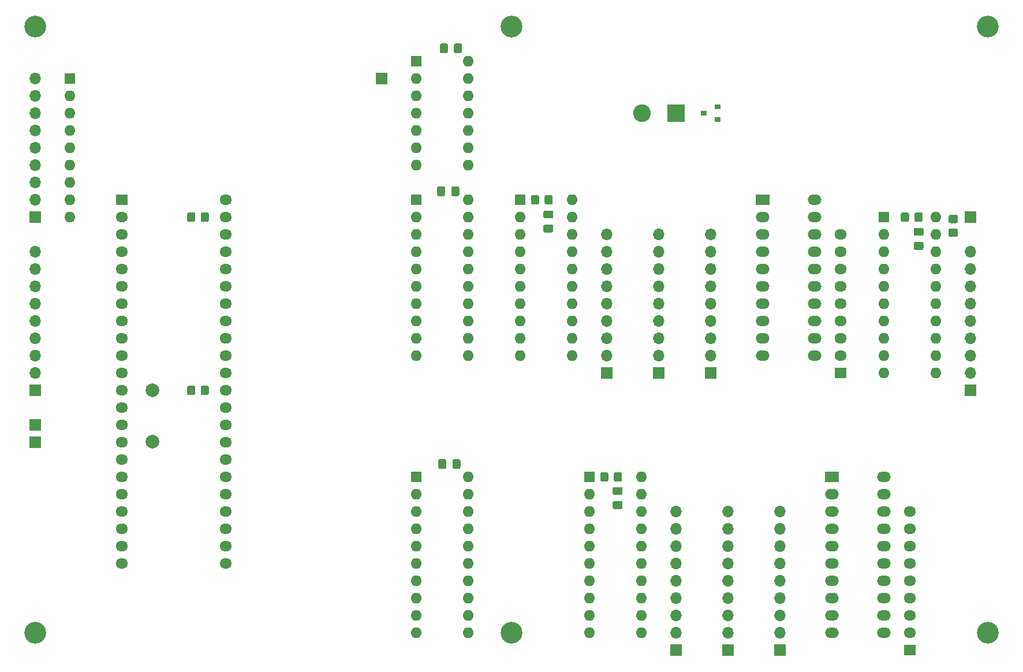
<source format=gbr>
%TF.GenerationSoftware,KiCad,Pcbnew,(5.1.8)-1*%
%TF.CreationDate,2024-01-29T23:39:16+03:00*%
%TF.ProjectId,ROM,524f4d2e-6b69-4636-9164-5f7063625858,rev?*%
%TF.SameCoordinates,Original*%
%TF.FileFunction,Soldermask,Bot*%
%TF.FilePolarity,Negative*%
%FSLAX46Y46*%
G04 Gerber Fmt 4.6, Leading zero omitted, Abs format (unit mm)*
G04 Created by KiCad (PCBNEW (5.1.8)-1) date 2024-01-29 23:39:16*
%MOMM*%
%LPD*%
G01*
G04 APERTURE LIST*
%ADD10R,0.900000X0.800000*%
%ADD11C,3.200000*%
%ADD12R,1.700000X1.700000*%
%ADD13C,2.000000*%
%ADD14O,1.700000X1.700000*%
%ADD15O,1.800000X1.500000*%
%ADD16R,1.800000X1.500000*%
%ADD17O,2.000000X1.500000*%
%ADD18R,2.000000X1.500000*%
%ADD19O,1.600000X1.600000*%
%ADD20R,1.600000X1.600000*%
%ADD21C,2.600000*%
%ADD22R,2.600000X2.600000*%
G04 APERTURE END LIST*
D10*
%TO.C,Q1*%
X113300000Y-27940000D03*
X115300000Y-28890000D03*
X115300000Y-26990000D03*
%TD*%
D11*
%TO.C,H6*%
X85090000Y-104140000D03*
%TD*%
%TO.C,H5*%
X85090000Y-15240000D03*
%TD*%
D12*
%TO.C,J14*%
X15240000Y-76200000D03*
%TD*%
%TO.C,C7*%
G36*
G01*
X144305000Y-46805000D02*
X145255000Y-46805000D01*
G75*
G02*
X145505000Y-47055000I0J-250000D01*
G01*
X145505000Y-47730000D01*
G75*
G02*
X145255000Y-47980000I-250000J0D01*
G01*
X144305000Y-47980000D01*
G75*
G02*
X144055000Y-47730000I0J250000D01*
G01*
X144055000Y-47055000D01*
G75*
G02*
X144305000Y-46805000I250000J0D01*
G01*
G37*
G36*
G01*
X144305000Y-44730000D02*
X145255000Y-44730000D01*
G75*
G02*
X145505000Y-44980000I0J-250000D01*
G01*
X145505000Y-45655000D01*
G75*
G02*
X145255000Y-45905000I-250000J0D01*
G01*
X144305000Y-45905000D01*
G75*
G02*
X144055000Y-45655000I0J250000D01*
G01*
X144055000Y-44980000D01*
G75*
G02*
X144305000Y-44730000I250000J0D01*
G01*
G37*
%TD*%
%TO.C,C6*%
G36*
G01*
X75750000Y-17940000D02*
X75750000Y-18890000D01*
G75*
G02*
X75500000Y-19140000I-250000J0D01*
G01*
X74825000Y-19140000D01*
G75*
G02*
X74575000Y-18890000I0J250000D01*
G01*
X74575000Y-17940000D01*
G75*
G02*
X74825000Y-17690000I250000J0D01*
G01*
X75500000Y-17690000D01*
G75*
G02*
X75750000Y-17940000I0J-250000D01*
G01*
G37*
G36*
G01*
X77825000Y-17940000D02*
X77825000Y-18890000D01*
G75*
G02*
X77575000Y-19140000I-250000J0D01*
G01*
X76900000Y-19140000D01*
G75*
G02*
X76650000Y-18890000I0J250000D01*
G01*
X76650000Y-17940000D01*
G75*
G02*
X76900000Y-17690000I250000J0D01*
G01*
X77575000Y-17690000D01*
G75*
G02*
X77825000Y-17940000I0J-250000D01*
G01*
G37*
%TD*%
%TO.C,C5*%
G36*
G01*
X100172500Y-84820000D02*
X101122500Y-84820000D01*
G75*
G02*
X101372500Y-85070000I0J-250000D01*
G01*
X101372500Y-85745000D01*
G75*
G02*
X101122500Y-85995000I-250000J0D01*
G01*
X100172500Y-85995000D01*
G75*
G02*
X99922500Y-85745000I0J250000D01*
G01*
X99922500Y-85070000D01*
G75*
G02*
X100172500Y-84820000I250000J0D01*
G01*
G37*
G36*
G01*
X100172500Y-82745000D02*
X101122500Y-82745000D01*
G75*
G02*
X101372500Y-82995000I0J-250000D01*
G01*
X101372500Y-83670000D01*
G75*
G02*
X101122500Y-83920000I-250000J0D01*
G01*
X100172500Y-83920000D01*
G75*
G02*
X99922500Y-83670000I0J250000D01*
G01*
X99922500Y-82995000D01*
G75*
G02*
X100172500Y-82745000I250000J0D01*
G01*
G37*
%TD*%
%TO.C,C4*%
G36*
G01*
X90012500Y-44265000D02*
X90962500Y-44265000D01*
G75*
G02*
X91212500Y-44515000I0J-250000D01*
G01*
X91212500Y-45190000D01*
G75*
G02*
X90962500Y-45440000I-250000J0D01*
G01*
X90012500Y-45440000D01*
G75*
G02*
X89762500Y-45190000I0J250000D01*
G01*
X89762500Y-44515000D01*
G75*
G02*
X90012500Y-44265000I250000J0D01*
G01*
G37*
G36*
G01*
X90012500Y-42190000D02*
X90962500Y-42190000D01*
G75*
G02*
X91212500Y-42440000I0J-250000D01*
G01*
X91212500Y-43115000D01*
G75*
G02*
X90962500Y-43365000I-250000J0D01*
G01*
X90012500Y-43365000D01*
G75*
G02*
X89762500Y-43115000I0J250000D01*
G01*
X89762500Y-42440000D01*
G75*
G02*
X90012500Y-42190000I250000J0D01*
G01*
G37*
%TD*%
%TO.C,C3*%
G36*
G01*
X75347500Y-38895000D02*
X75347500Y-39845000D01*
G75*
G02*
X75097500Y-40095000I-250000J0D01*
G01*
X74422500Y-40095000D01*
G75*
G02*
X74172500Y-39845000I0J250000D01*
G01*
X74172500Y-38895000D01*
G75*
G02*
X74422500Y-38645000I250000J0D01*
G01*
X75097500Y-38645000D01*
G75*
G02*
X75347500Y-38895000I0J-250000D01*
G01*
G37*
G36*
G01*
X77422500Y-38895000D02*
X77422500Y-39845000D01*
G75*
G02*
X77172500Y-40095000I-250000J0D01*
G01*
X76497500Y-40095000D01*
G75*
G02*
X76247500Y-39845000I0J250000D01*
G01*
X76247500Y-38895000D01*
G75*
G02*
X76497500Y-38645000I250000J0D01*
G01*
X77172500Y-38645000D01*
G75*
G02*
X77422500Y-38895000I0J-250000D01*
G01*
G37*
%TD*%
%TO.C,C2*%
G36*
G01*
X75517500Y-78900000D02*
X75517500Y-79850000D01*
G75*
G02*
X75267500Y-80100000I-250000J0D01*
G01*
X74592500Y-80100000D01*
G75*
G02*
X74342500Y-79850000I0J250000D01*
G01*
X74342500Y-78900000D01*
G75*
G02*
X74592500Y-78650000I250000J0D01*
G01*
X75267500Y-78650000D01*
G75*
G02*
X75517500Y-78900000I0J-250000D01*
G01*
G37*
G36*
G01*
X77592500Y-78900000D02*
X77592500Y-79850000D01*
G75*
G02*
X77342500Y-80100000I-250000J0D01*
G01*
X76667500Y-80100000D01*
G75*
G02*
X76417500Y-79850000I0J250000D01*
G01*
X76417500Y-78900000D01*
G75*
G02*
X76667500Y-78650000I250000J0D01*
G01*
X77342500Y-78650000D01*
G75*
G02*
X77592500Y-78900000I0J-250000D01*
G01*
G37*
%TD*%
D13*
%TO.C,C1*%
X32385000Y-68580000D03*
X32385000Y-76080000D03*
%TD*%
D14*
%TO.C,J13*%
X114300000Y-45720000D03*
X114300000Y-48260000D03*
X114300000Y-50800000D03*
X114300000Y-53340000D03*
X114300000Y-55880000D03*
X114300000Y-58420000D03*
X114300000Y-60960000D03*
X114300000Y-63500000D03*
D12*
X114300000Y-66040000D03*
%TD*%
D15*
%TO.C,RN3*%
X133350000Y-45720000D03*
X133350000Y-48260000D03*
X133350000Y-50800000D03*
X133350000Y-53340000D03*
X133350000Y-55880000D03*
X133350000Y-58420000D03*
X133350000Y-60960000D03*
X133350000Y-63500000D03*
D16*
X133350000Y-66040000D03*
%TD*%
D17*
%TO.C,BAR2*%
X129540000Y-40640000D03*
X129540000Y-43180000D03*
X129540000Y-45720000D03*
X129540000Y-48260000D03*
X121920000Y-60960000D03*
X121920000Y-63500000D03*
X129540000Y-63500000D03*
X129540000Y-60960000D03*
X121920000Y-58420000D03*
X121920000Y-55880000D03*
X121920000Y-53340000D03*
X121920000Y-50800000D03*
X129540000Y-50800000D03*
X129540000Y-53340000D03*
X129540000Y-55880000D03*
X129540000Y-58420000D03*
X121920000Y-48260000D03*
X121920000Y-45720000D03*
X121920000Y-43180000D03*
D18*
X121920000Y-40640000D03*
%TD*%
D17*
%TO.C,BAR1*%
X139700000Y-81280000D03*
X139700000Y-83820000D03*
X139700000Y-86360000D03*
X139700000Y-88900000D03*
X132080000Y-101600000D03*
X132080000Y-104140000D03*
X139700000Y-104140000D03*
X139700000Y-101600000D03*
X132080000Y-99060000D03*
X132080000Y-96520000D03*
X132080000Y-93980000D03*
X132080000Y-91440000D03*
X139700000Y-91440000D03*
X139700000Y-93980000D03*
X139700000Y-96520000D03*
X139700000Y-99060000D03*
X132080000Y-88900000D03*
X132080000Y-86360000D03*
X132080000Y-83820000D03*
D18*
X132080000Y-81280000D03*
%TD*%
D15*
%TO.C,RN2*%
X143510000Y-86360000D03*
X143510000Y-88900000D03*
X143510000Y-91440000D03*
X143510000Y-93980000D03*
X143510000Y-96520000D03*
X143510000Y-99060000D03*
X143510000Y-101600000D03*
X143510000Y-104140000D03*
D16*
X143510000Y-106680000D03*
%TD*%
%TO.C,R6*%
G36*
G01*
X150310001Y-44050000D02*
X149409999Y-44050000D01*
G75*
G02*
X149160000Y-43800001I0J249999D01*
G01*
X149160000Y-43099999D01*
G75*
G02*
X149409999Y-42850000I249999J0D01*
G01*
X150310001Y-42850000D01*
G75*
G02*
X150560000Y-43099999I0J-249999D01*
G01*
X150560000Y-43800001D01*
G75*
G02*
X150310001Y-44050000I-249999J0D01*
G01*
G37*
G36*
G01*
X150310001Y-46050000D02*
X149409999Y-46050000D01*
G75*
G02*
X149160000Y-45800001I0J249999D01*
G01*
X149160000Y-45099999D01*
G75*
G02*
X149409999Y-44850000I249999J0D01*
G01*
X150310001Y-44850000D01*
G75*
G02*
X150560000Y-45099999I0J-249999D01*
G01*
X150560000Y-45800001D01*
G75*
G02*
X150310001Y-46050000I-249999J0D01*
G01*
G37*
%TD*%
D19*
%TO.C,RN1*%
X20320000Y-43180000D03*
X20320000Y-40640000D03*
X20320000Y-38100000D03*
X20320000Y-35560000D03*
X20320000Y-33020000D03*
X20320000Y-30480000D03*
X20320000Y-27940000D03*
X20320000Y-25400000D03*
D20*
X20320000Y-22860000D03*
%TD*%
D15*
%TO.C,U1*%
X43180000Y-91440000D03*
X43180000Y-93980000D03*
X27940000Y-93980000D03*
X27940000Y-91440000D03*
X43180000Y-40640000D03*
X27940000Y-88900000D03*
X43180000Y-43180000D03*
X27940000Y-86360000D03*
X43180000Y-45720000D03*
X27940000Y-83820000D03*
X43180000Y-48260000D03*
X27940000Y-81280000D03*
X43180000Y-50800000D03*
X27940000Y-78740000D03*
X43180000Y-53340000D03*
X27940000Y-76200000D03*
X43180000Y-55880000D03*
X27940000Y-73660000D03*
X43180000Y-58420000D03*
X27940000Y-71120000D03*
X43180000Y-60960000D03*
X27940000Y-68580000D03*
X43180000Y-63500000D03*
X27940000Y-66040000D03*
X43180000Y-66040000D03*
X27940000Y-63500000D03*
X43180000Y-68580000D03*
X27940000Y-60960000D03*
X43180000Y-71120000D03*
X27940000Y-58420000D03*
X43180000Y-73660000D03*
X27940000Y-55880000D03*
X43180000Y-76200000D03*
X27940000Y-53340000D03*
X43180000Y-78740000D03*
X27940000Y-50800000D03*
X43180000Y-81280000D03*
X27940000Y-48260000D03*
X43180000Y-83820000D03*
X27940000Y-45720000D03*
X43180000Y-86360000D03*
X27940000Y-43180000D03*
X43180000Y-88900000D03*
D16*
X27940000Y-40640000D03*
%TD*%
D11*
%TO.C,H4*%
X154940000Y-104140000D03*
%TD*%
%TO.C,H3*%
X15240000Y-104140000D03*
%TD*%
%TO.C,H2*%
X154940000Y-15240000D03*
%TD*%
%TO.C,H1*%
X15240000Y-15240000D03*
%TD*%
D14*
%TO.C,J12*%
X15240000Y-22860000D03*
X15240000Y-25400000D03*
X15240000Y-27940000D03*
X15240000Y-30480000D03*
X15240000Y-33020000D03*
X15240000Y-35560000D03*
X15240000Y-38100000D03*
X15240000Y-40640000D03*
D12*
X15240000Y-43180000D03*
%TD*%
D14*
%TO.C,J3*%
X15240000Y-48260000D03*
X15240000Y-50800000D03*
X15240000Y-53340000D03*
X15240000Y-55880000D03*
X15240000Y-58420000D03*
X15240000Y-60960000D03*
X15240000Y-63500000D03*
X15240000Y-66040000D03*
D12*
X15240000Y-68580000D03*
%TD*%
%TO.C,J11*%
X152400000Y-43180000D03*
%TD*%
%TO.C,J10*%
X66040000Y-22860000D03*
%TD*%
%TO.C,J9*%
X15240000Y-73660000D03*
%TD*%
%TO.C,R5*%
G36*
G01*
X144180000Y-43630001D02*
X144180000Y-42729999D01*
G75*
G02*
X144429999Y-42480000I249999J0D01*
G01*
X145130001Y-42480000D01*
G75*
G02*
X145380000Y-42729999I0J-249999D01*
G01*
X145380000Y-43630001D01*
G75*
G02*
X145130001Y-43880000I-249999J0D01*
G01*
X144429999Y-43880000D01*
G75*
G02*
X144180000Y-43630001I0J249999D01*
G01*
G37*
G36*
G01*
X142180000Y-43630001D02*
X142180000Y-42729999D01*
G75*
G02*
X142429999Y-42480000I249999J0D01*
G01*
X143130001Y-42480000D01*
G75*
G02*
X143380000Y-42729999I0J-249999D01*
G01*
X143380000Y-43630001D01*
G75*
G02*
X143130001Y-43880000I-249999J0D01*
G01*
X142429999Y-43880000D01*
G75*
G02*
X142180000Y-43630001I0J249999D01*
G01*
G37*
%TD*%
%TO.C,R4*%
G36*
G01*
X89935000Y-41090001D02*
X89935000Y-40189999D01*
G75*
G02*
X90184999Y-39940000I249999J0D01*
G01*
X90885001Y-39940000D01*
G75*
G02*
X91135000Y-40189999I0J-249999D01*
G01*
X91135000Y-41090001D01*
G75*
G02*
X90885001Y-41340000I-249999J0D01*
G01*
X90184999Y-41340000D01*
G75*
G02*
X89935000Y-41090001I0J249999D01*
G01*
G37*
G36*
G01*
X87935000Y-41090001D02*
X87935000Y-40189999D01*
G75*
G02*
X88184999Y-39940000I249999J0D01*
G01*
X88885001Y-39940000D01*
G75*
G02*
X89135000Y-40189999I0J-249999D01*
G01*
X89135000Y-41090001D01*
G75*
G02*
X88885001Y-41340000I-249999J0D01*
G01*
X88184999Y-41340000D01*
G75*
G02*
X87935000Y-41090001I0J249999D01*
G01*
G37*
%TD*%
%TO.C,R3*%
G36*
G01*
X100095000Y-81730001D02*
X100095000Y-80829999D01*
G75*
G02*
X100344999Y-80580000I249999J0D01*
G01*
X101045001Y-80580000D01*
G75*
G02*
X101295000Y-80829999I0J-249999D01*
G01*
X101295000Y-81730001D01*
G75*
G02*
X101045001Y-81980000I-249999J0D01*
G01*
X100344999Y-81980000D01*
G75*
G02*
X100095000Y-81730001I0J249999D01*
G01*
G37*
G36*
G01*
X98095000Y-81730001D02*
X98095000Y-80829999D01*
G75*
G02*
X98344999Y-80580000I249999J0D01*
G01*
X99045001Y-80580000D01*
G75*
G02*
X99295000Y-80829999I0J-249999D01*
G01*
X99295000Y-81730001D01*
G75*
G02*
X99045001Y-81980000I-249999J0D01*
G01*
X98344999Y-81980000D01*
G75*
G02*
X98095000Y-81730001I0J249999D01*
G01*
G37*
%TD*%
D14*
%TO.C,J8*%
X106680000Y-45720000D03*
X106680000Y-48260000D03*
X106680000Y-50800000D03*
X106680000Y-53340000D03*
X106680000Y-55880000D03*
X106680000Y-58420000D03*
X106680000Y-60960000D03*
X106680000Y-63500000D03*
D12*
X106680000Y-66040000D03*
%TD*%
D14*
%TO.C,J7*%
X99060000Y-45720000D03*
X99060000Y-48260000D03*
X99060000Y-50800000D03*
X99060000Y-53340000D03*
X99060000Y-55880000D03*
X99060000Y-58420000D03*
X99060000Y-60960000D03*
X99060000Y-63500000D03*
D12*
X99060000Y-66040000D03*
%TD*%
D14*
%TO.C,J6*%
X124460000Y-86360000D03*
X124460000Y-88900000D03*
X124460000Y-91440000D03*
X124460000Y-93980000D03*
X124460000Y-96520000D03*
X124460000Y-99060000D03*
X124460000Y-101600000D03*
X124460000Y-104140000D03*
D12*
X124460000Y-106680000D03*
%TD*%
D14*
%TO.C,J5*%
X116840000Y-86360000D03*
X116840000Y-88900000D03*
X116840000Y-91440000D03*
X116840000Y-93980000D03*
X116840000Y-96520000D03*
X116840000Y-99060000D03*
X116840000Y-101600000D03*
X116840000Y-104140000D03*
D12*
X116840000Y-106680000D03*
%TD*%
D21*
%TO.C,J4*%
X104220000Y-27940000D03*
D22*
X109220000Y-27940000D03*
%TD*%
D14*
%TO.C,J2*%
X152400000Y-48260000D03*
X152400000Y-50800000D03*
X152400000Y-53340000D03*
X152400000Y-55880000D03*
X152400000Y-58420000D03*
X152400000Y-60960000D03*
X152400000Y-63500000D03*
X152400000Y-66040000D03*
D12*
X152400000Y-68580000D03*
%TD*%
D14*
%TO.C,J1*%
X109220000Y-86360000D03*
X109220000Y-88900000D03*
X109220000Y-91440000D03*
X109220000Y-93980000D03*
X109220000Y-96520000D03*
X109220000Y-99060000D03*
X109220000Y-101600000D03*
X109220000Y-104140000D03*
D12*
X109220000Y-106680000D03*
%TD*%
D19*
%TO.C,U7*%
X104140000Y-81280000D03*
X96520000Y-104140000D03*
X104140000Y-83820000D03*
X96520000Y-101600000D03*
X104140000Y-86360000D03*
X96520000Y-99060000D03*
X104140000Y-88900000D03*
X96520000Y-96520000D03*
X104140000Y-91440000D03*
X96520000Y-93980000D03*
X104140000Y-93980000D03*
X96520000Y-91440000D03*
X104140000Y-96520000D03*
X96520000Y-88900000D03*
X104140000Y-99060000D03*
X96520000Y-86360000D03*
X104140000Y-101600000D03*
X96520000Y-83820000D03*
X104140000Y-104140000D03*
D20*
X96520000Y-81280000D03*
%TD*%
D19*
%TO.C,U6*%
X78740000Y-20320000D03*
X71120000Y-35560000D03*
X78740000Y-22860000D03*
X71120000Y-33020000D03*
X78740000Y-25400000D03*
X71120000Y-30480000D03*
X78740000Y-27940000D03*
X71120000Y-27940000D03*
X78740000Y-30480000D03*
X71120000Y-25400000D03*
X78740000Y-33020000D03*
X71120000Y-22860000D03*
X78740000Y-35560000D03*
D20*
X71120000Y-20320000D03*
%TD*%
D19*
%TO.C,U5*%
X147320000Y-43180000D03*
X139700000Y-66040000D03*
X147320000Y-45720000D03*
X139700000Y-63500000D03*
X147320000Y-48260000D03*
X139700000Y-60960000D03*
X147320000Y-50800000D03*
X139700000Y-58420000D03*
X147320000Y-53340000D03*
X139700000Y-55880000D03*
X147320000Y-55880000D03*
X139700000Y-53340000D03*
X147320000Y-58420000D03*
X139700000Y-50800000D03*
X147320000Y-60960000D03*
X139700000Y-48260000D03*
X147320000Y-63500000D03*
X139700000Y-45720000D03*
X147320000Y-66040000D03*
D20*
X139700000Y-43180000D03*
%TD*%
D19*
%TO.C,U4*%
X93980000Y-40640000D03*
X86360000Y-63500000D03*
X93980000Y-43180000D03*
X86360000Y-60960000D03*
X93980000Y-45720000D03*
X86360000Y-58420000D03*
X93980000Y-48260000D03*
X86360000Y-55880000D03*
X93980000Y-50800000D03*
X86360000Y-53340000D03*
X93980000Y-53340000D03*
X86360000Y-50800000D03*
X93980000Y-55880000D03*
X86360000Y-48260000D03*
X93980000Y-58420000D03*
X86360000Y-45720000D03*
X93980000Y-60960000D03*
X86360000Y-43180000D03*
X93980000Y-63500000D03*
D20*
X86360000Y-40640000D03*
%TD*%
%TO.C,R2*%
G36*
G01*
X38700000Y-68129999D02*
X38700000Y-69030001D01*
G75*
G02*
X38450001Y-69280000I-249999J0D01*
G01*
X37749999Y-69280000D01*
G75*
G02*
X37500000Y-69030001I0J249999D01*
G01*
X37500000Y-68129999D01*
G75*
G02*
X37749999Y-67880000I249999J0D01*
G01*
X38450001Y-67880000D01*
G75*
G02*
X38700000Y-68129999I0J-249999D01*
G01*
G37*
G36*
G01*
X40700000Y-68129999D02*
X40700000Y-69030001D01*
G75*
G02*
X40450001Y-69280000I-249999J0D01*
G01*
X39749999Y-69280000D01*
G75*
G02*
X39500000Y-69030001I0J249999D01*
G01*
X39500000Y-68129999D01*
G75*
G02*
X39749999Y-67880000I249999J0D01*
G01*
X40450001Y-67880000D01*
G75*
G02*
X40700000Y-68129999I0J-249999D01*
G01*
G37*
%TD*%
%TO.C,R1*%
G36*
G01*
X38700000Y-42729999D02*
X38700000Y-43630001D01*
G75*
G02*
X38450001Y-43880000I-249999J0D01*
G01*
X37749999Y-43880000D01*
G75*
G02*
X37500000Y-43630001I0J249999D01*
G01*
X37500000Y-42729999D01*
G75*
G02*
X37749999Y-42480000I249999J0D01*
G01*
X38450001Y-42480000D01*
G75*
G02*
X38700000Y-42729999I0J-249999D01*
G01*
G37*
G36*
G01*
X40700000Y-42729999D02*
X40700000Y-43630001D01*
G75*
G02*
X40450001Y-43880000I-249999J0D01*
G01*
X39749999Y-43880000D01*
G75*
G02*
X39500000Y-43630001I0J249999D01*
G01*
X39500000Y-42729999D01*
G75*
G02*
X39749999Y-42480000I249999J0D01*
G01*
X40450001Y-42480000D01*
G75*
G02*
X40700000Y-42729999I0J-249999D01*
G01*
G37*
%TD*%
D19*
%TO.C,U3*%
X78740000Y-40640000D03*
X71120000Y-63500000D03*
X78740000Y-43180000D03*
X71120000Y-60960000D03*
X78740000Y-45720000D03*
X71120000Y-58420000D03*
X78740000Y-48260000D03*
X71120000Y-55880000D03*
X78740000Y-50800000D03*
X71120000Y-53340000D03*
X78740000Y-53340000D03*
X71120000Y-50800000D03*
X78740000Y-55880000D03*
X71120000Y-48260000D03*
X78740000Y-58420000D03*
X71120000Y-45720000D03*
X78740000Y-60960000D03*
X71120000Y-43180000D03*
X78740000Y-63500000D03*
D20*
X71120000Y-40640000D03*
%TD*%
D19*
%TO.C,U2*%
X78740000Y-81280000D03*
X71120000Y-104140000D03*
X78740000Y-83820000D03*
X71120000Y-101600000D03*
X78740000Y-86360000D03*
X71120000Y-99060000D03*
X78740000Y-88900000D03*
X71120000Y-96520000D03*
X78740000Y-91440000D03*
X71120000Y-93980000D03*
X78740000Y-93980000D03*
X71120000Y-91440000D03*
X78740000Y-96520000D03*
X71120000Y-88900000D03*
X78740000Y-99060000D03*
X71120000Y-86360000D03*
X78740000Y-101600000D03*
X71120000Y-83820000D03*
X78740000Y-104140000D03*
D20*
X71120000Y-81280000D03*
%TD*%
M02*

</source>
